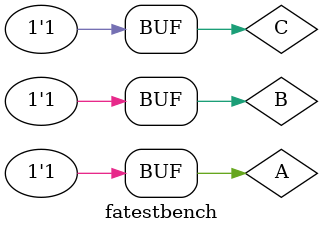
<source format=v>
module fatestbench();
reg A, B, C;
wire S,CA;
faha fa(S, CA, A, B, C);
initial begin
$dumpfile("dump.vcd");
$monitor($time, "ns", "\t A=%b, B=%b, C=%b, Sum=%b, Carry=%b", A, B, C, S, CA);
$dumpvars(1, A);
$dumpvars(1, B);
$dumpvars(1, C);
$dumpvars(1, S);
$dumpvars(1, CA);
{A, B, C}={1'b0, 1'b0, 1'b0};
#50 {A, B, C}={1'b0, 1'b0, 1'b1};
#50 {A, B, C}={1'b0, 1'b1, 1'b0};
#50 {A, B, C}={1'b0, 1'b1, 1'b1};
#50 {A, B, C}={1'b1, 1'b0, 1'b0};
#50 {A, B, C}={1'b1, 1'b0, 1'b1};
#50 {A, B, C}={1'b1, 1'b1, 1'b0};
#50 {A, B, C}={1'b1, 1'b1, 1'b1};
end
endmodule

</source>
